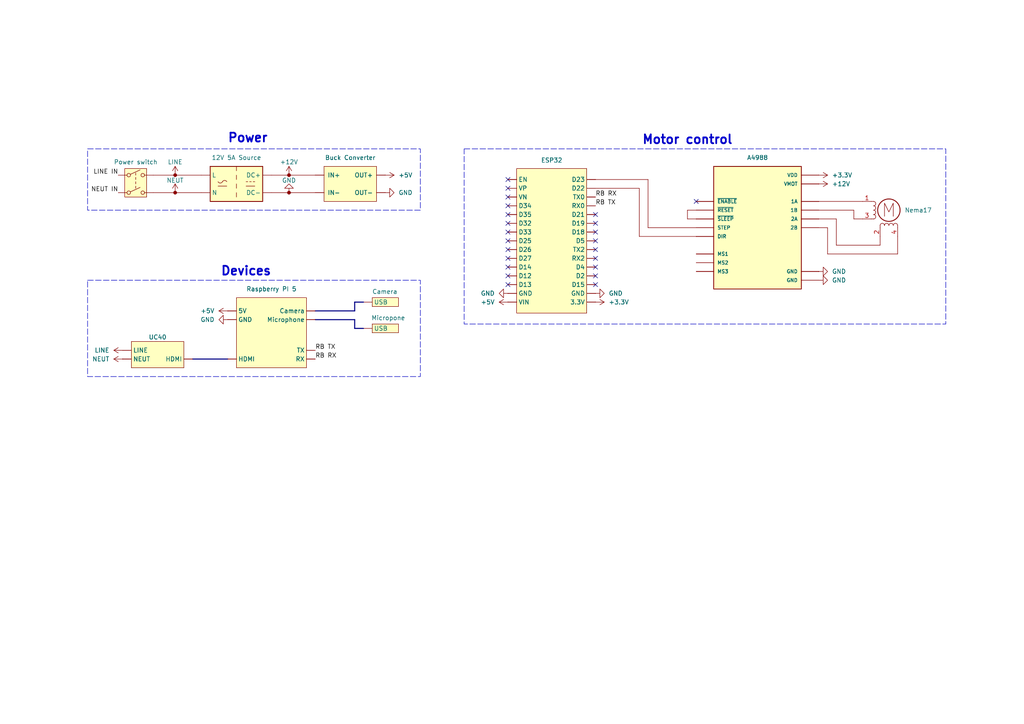
<source format=kicad_sch>
(kicad_sch (version 20231120) (generator "eeschema") (generator_version "8.0")
  (paper "A4")
  (title_block (title "NutriCheck Cook electrical schema") (date "2024-09-11") (rev "v1.0 prot") (comment 1 "The electrical schema of the Cook Robot"))
  (lib_symbols
    (symbol "A4988_STEPPER_MOTOR_DRIVER_CARRIER_1" (pin_numbers hide) (pin_names (offset 1.016))
      (property "Reference" "U" (at -12.7 19.05 0))
      (property "Value" "A4988_STEPPER_MOTOR_DRIVER_CARRIER" (at -12.7 -21.59 0))
      (symbol "A4988_STEPPER_MOTOR_DRIVER_CARRIER_1_0_0"
        (rectangle (start -12.7 -17.78) (end 12.7 17.78) (stroke (width 0.254)) (fill (type background)))
        (pin input line (at -17.78 7.62 0) (length 5.08) (name "~{ENABLE}") (number "1"))
        (pin power_in line (at 17.78 15.24 180) (length 5.08) (name "VDD") (number "10"))
        (pin output line (at 17.78 5.08 180) (length 5.08) (name "1B") (number "11"))
        (pin output line (at 17.78 7.62 180) (length 5.08) (name "1A") (number "12"))
        (pin output line (at 17.78 2.54 180) (length 5.08) (name "2A") (number "13"))
        (pin output line (at 17.78 0 180) (length 5.08) (name "2B") (number "14"))
        (pin power_in line (at 17.78 -12.7 180) (length 5.08) (name "GND") (number "15"))
        (pin power_in line (at 17.78 12.7 180) (length 5.08) (name "VMOT") (number "16"))
        (pin input line (at -17.78 -7.62 0) (length 5.08) (name "MS1") (number "2"))
        (pin input line (at -17.78 -10.16 0) (length 5.08) (name "MS2") (number "3"))
        (pin input line (at -17.78 -12.7 0) (length 5.08) (name "MS3") (number "4"))
        (pin input line (at -17.78 5.08 0) (length 5.08) (name "~{RESET}") (number "5"))
        (pin input line (at -17.78 2.54 0) (length 5.08) (name "~{SLEEP}") (number "6"))
        (pin input line (at -17.78 0 0) (length 5.08) (name "STEP") (number "7"))
        (pin input line (at -17.78 -2.54 0) (length 5.08) (name "DIR") (number "8"))
        (pin power_in line (at 17.78 -15.24 180) (length 5.08) (name "GND") (number "9"))
      )
    )
    (symbol "Converter_ACDC:VTX-214-010-124" (pin_numbers hide)
      (property "Reference" "PS" (at 0 8.89 0))
      (property "Value" "VTX-214-010-124" (at 0 6.35 0))
      (symbol "VTX-214-010-124_0_1"
        (rectangle (start -7.62 5.08) (end 7.62 -5.08) (stroke (width 0.254)) (fill (type background)))
        (arc (start -5.334 0.635) (mid -4.699 0.2495) (end -4.064 0.635))
        (arc (start -2.794 0.635) (mid -3.429 1.0072) (end -4.064 0.635))
        (polyline (pts (xy -5.334 -0.635) (xy -2.794 -0.635)))
        (polyline (pts (xy 2.794 -0.635) (xy 5.334 -0.635)))
        (polyline (pts (xy 2.794 0.635) (xy 3.302 0.635)))
        (polyline (pts (xy 3.81 0.635) (xy 4.318 0.635)))
        (polyline (pts (xy 4.826 0.635) (xy 5.334 0.635)))
      )
      (symbol "VTX-214-010-124_1_1"
        (polyline (pts (xy 0 -2.54) (xy 0 -3.81)))
        (polyline (pts (xy 0 0) (xy 0 -1.27)))
        (polyline (pts (xy 0 2.54) (xy 0 1.27)))
        (polyline (pts (xy 0 5.08) (xy 0 3.81)))
        (pin power_in line (at -10.16 2.54 0) (length 2.54) (name "L") (number "1"))
        (pin power_in line (at -10.16 -2.54 0) (length 2.54) (name "N") (number "2"))
        (pin power_out line (at 10.16 2.54 180) (length 2.54) (name "DC+") (number "3"))
        (pin power_out line (at 10.16 -2.54 180) (length 2.54) (name "DC-") (number "4"))
      )
    )
    (symbol "Cook-components:Microphone"
      (property "Reference" "USB Device" (at 0 2.54 0))
      (symbol "Microphone_1_1"
        (rectangle (start -3.81 1.27) (end 3.81 -1.27) (fill (type background)))
        (pin input line (at -6.35 0 0) (length 2.54) (name "USB") (number ""))
      )
    )
    (symbol "Cook-components:Raspberry_PI_5"
      (property "Reference" "Raspberry PI 5" (at 0 12.192 0))
      (symbol "Raspberry_PI_5_1_1"
        (rectangle (start -10.16 10.16) (end 10.16 -10.16) (fill (type background)))
        (pin input line (at -12.7 6.35 0) (length 2.54) (name "5V") (number ""))
        (pin input line (at 12.7 6.35 180) (length 2.54) (name "Camera") (number ""))
        (pin input line (at -12.7 3.81 0) (length 2.54) (name "GND") (number ""))
        (pin input line (at -12.7 -7.62 0) (length 2.54) (name "HDMI") (number ""))
        (pin input line (at 12.7 3.81 180) (length 2.54) (name "Microphone") (number ""))
        (pin input line (at 12.7 -7.62 180) (length 2.54) (name "RX") (number ""))
        (pin input line (at 12.7 -5.08 180) (length 2.54) (name "TX") (number ""))
      )
    )
    (symbol "ESP32_1"
      (property "Reference" "ESP32 DEV KIT v1" (at -0.254 28.448 0))
      (symbol "ESP32_1_1_1"
        (rectangle (start -10.16 20.955) (end 10.16 -20.955) (fill (type background)))
        (pin input line (at 12.7 -17.78 180) (length 2.54) (name "3.3V") (number ""))
        (pin input line (at -12.7 -10.16 0) (length 2.54) (name "D12") (number ""))
        (pin input line (at -12.7 -12.7 0) (length 2.54) (name "D13") (number ""))
        (pin input line (at -12.7 -7.62 0) (length 2.54) (name "D14") (number ""))
        (pin input line (at 12.7 -12.7 180) (length 2.54) (name "D15") (number ""))
        (pin input line (at 12.7 2.54 180) (length 2.54) (name "D18") (number ""))
        (pin input line (at 12.7 5.08 180) (length 2.54) (name "D19") (number ""))
        (pin input line (at 12.7 -10.16 180) (length 2.54) (name "D2") (number ""))
        (pin input line (at 12.7 7.62 180) (length 2.54) (name "D21") (number ""))
        (pin input line (at 12.7 15.24 180) (length 2.54) (name "D22") (number ""))
        (pin input line (at 12.7 17.78 180) (length 2.54) (name "D23") (number ""))
        (pin input line (at -12.7 0 0) (length 2.54) (name "D25") (number ""))
        (pin input line (at -12.7 -2.54 0) (length 2.54) (name "D26") (number ""))
        (pin input line (at -12.7 -5.08 0) (length 2.54) (name "D27") (number ""))
        (pin input line (at -12.7 5.08 0) (length 2.54) (name "D32") (number ""))
        (pin input line (at -12.7 2.54 0) (length 2.54) (name "D33") (number ""))
        (pin input line (at -12.7 10.16 0) (length 2.54) (name "D34") (number ""))
        (pin input line (at -12.7 7.62 0) (length 2.54) (name "D35") (number ""))
        (pin input line (at 12.7 -7.62 180) (length 2.54) (name "D4") (number ""))
        (pin input line (at 12.7 0 180) (length 2.54) (name "D5") (number ""))
        (pin input line (at -12.7 17.78 0) (length 2.54) (name "EN") (number ""))
        (pin input line (at -12.7 -15.24 0) (length 2.54) (name "GND") (number ""))
        (pin input line (at 12.7 -15.24 180) (length 2.54) (name "GND") (number ""))
        (pin input line (at 12.7 10.16 180) (length 2.54) (name "RX0") (number ""))
        (pin input line (at 12.7 -5.08 180) (length 2.54) (name "RX2") (number ""))
        (pin input line (at 12.7 12.7 180) (length 2.54) (name "TX0") (number ""))
        (pin input line (at 12.7 -2.54 180) (length 2.54) (name "TX2") (number ""))
        (pin input line (at -12.7 -17.78 0) (length 2.54) (name "VIN") (number ""))
        (pin input line (at -12.7 12.7 0) (length 2.54) (name "VN") (number ""))
        (pin input line (at -12.7 15.24 0) (length 2.54) (name "VP") (number ""))
      )
    )
    (symbol "MARCEL-custom:Nema_23"
      (property "Reference" "U" (at 0 6.35 0))
      (symbol "Nema_23_0_0"
        (polyline (pts (xy -1.27 -1.778) (xy -1.27 2.032) (xy 0 -0.508) (xy 1.27 2.032) (xy 1.27 -1.778)))
      )
      (symbol "Nema_23_0_1"
        (arc (start -4.445 -2.54) (mid -3.813 -1.905) (end -4.445 -1.27))
        (arc (start -4.445 -1.27) (mid -3.813 -0.635) (end -4.445 0))
        (arc (start -4.445 0) (mid -3.813 0.635) (end -4.445 1.27))
        (arc (start -4.445 1.27) (mid -3.813 1.905) (end -4.445 2.54))
        (arc (start -1.27 -4.445) (mid -1.905 -3.8127) (end -2.54 -4.445))
        (arc (start 0 -4.445) (mid -0.635 -3.8127) (end -1.27 -4.445))
        (polyline (pts (xy -5.08 -2.54) (xy -4.445 -2.54)))
        (polyline (pts (xy -5.08 2.54) (xy -4.445 2.54)))
        (polyline (pts (xy -2.54 -5.08) (xy -2.54 -4.445)))
        (polyline (pts (xy 2.54 -5.08) (xy 2.54 -4.445)))
        (circle (center 0 0) (radius 3.2512) (stroke (width 0.254)))
        (arc (start 1.27 -4.445) (mid 0.635 -3.8127) (end 0 -4.445))
        (arc (start 2.54 -4.445) (mid 1.905 -3.8127) (end 1.27 -4.445))
      )
      (symbol "Nema_23_1_1"
        (pin passive line (at -7.62 2.54 0) (length 2.54) (name "") (number "1"))
        (pin passive line (at -2.54 -7.62 90) (length 2.54) (name "") (number "2"))
        (pin passive line (at -7.62 -2.54 0) (length 2.54) (name "") (number "3"))
        (pin passive line (at 2.54 -7.62 90) (length 2.54) (name "") (number "4"))
      )
    )
    (symbol "Switch:SW_DPST" (pin_numbers hide) (pin_names (offset 0) hide)
      (property "Reference" "SW" (at 0 6.35 0))
      (property "Value" "SW_DPST" (at 0 -5.08 0))
      (symbol "SW_DPST_0_0"
        (circle (center -2.032 -2.54) (radius 0.508))
        (circle (center -2.032 2.54) (radius 0.508))
        (polyline (pts (xy -1.524 -2.286) (xy 1.27 -1.016)))
        (polyline (pts (xy -1.524 2.794) (xy 1.27 4.064)))
        (polyline (pts (xy 0 -1.27) (xy 0 -0.635)))
        (polyline (pts (xy 0 0) (xy 0 0.635)))
        (polyline (pts (xy 0 1.27) (xy 0 1.905)))
        (polyline (pts (xy 0 2.54) (xy 0 3.175)))
        (circle (center 2.032 -2.54) (radius 0.508))
        (circle (center 2.032 2.54) (radius 0.508))
      )
      (symbol "SW_DPST_1_1"
        (rectangle (start -3.175 4.445) (end 3.175 -3.81) (fill (type background)))
        (pin passive line (at -5.08 -2.54 0) (length 2.54) (name "1") (number "1"))
        (pin passive line (at 5.08 -2.54 180) (length 2.54) (name "2") (number "2"))
        (pin passive line (at -5.08 2.54 0) (length 2.54) (name "3") (number "3"))
        (pin passive line (at 5.08 2.54 180) (length 2.54) (name "4") (number "4"))
      )
    )
    (symbol "UC40_Projector_1"
      (property "Reference" "UC40" (at -0.508 5.334 0))
      (symbol "UC40_Projector_1_1_1"
        (rectangle (start -7.62 3.81) (end 7.62 -3.81) (fill (type background)))
        (pin output line (at 10.16 -1.27 180) (length 2.54) (name "HDMI") (number ""))
        (pin input line (at -10.16 1.27 0) (length 2.54) (name "LINE") (number ""))
        (pin input line (at -10.16 -1.27 0) (length 2.54) (name "NEUT") (number ""))
      )
    )
    (symbol "gtrzps:LM2596_Module" (pin_numbers hide) (pin_names (offset 1.016))
      (property "Reference" "PS" (at -7.62 6.35 0))
      (property "Value" "LM2596_Module" (at -7.62 -6.35 0))
      (symbol "LM2596_Module_0_1"
        (rectangle (start -7.62 5.08) (end 7.62 -5.08) (fill (type background)))
      )
      (symbol "LM2596_Module_1_1"
        (pin power_in line (at -10.16 2.54 0) (length 2.54) (name "IN+") (number "1"))
        (pin power_in line (at -10.16 -2.54 0) (length 2.54) (name "IN-") (number "2"))
        (pin power_out line (at 10.16 2.54 180) (length 2.54) (name "OUT+") (number "3"))
        (pin power_out line (at 10.16 -2.54 180) (length 2.54) (name "OUT-") (number "4"))
      )
    )
    (symbol "power:+12V" (power) (pin_numbers hide) (pin_names (offset 0) hide)
      (property "Value" "+12V" (at 0 3.556 0))
      (symbol "+12V_0_1"
        (polyline (pts (xy -0.762 1.27) (xy 0 2.54)))
        (polyline (pts (xy 0 0) (xy 0 2.54)))
        (polyline (pts (xy 0 2.54) (xy 0.762 1.27)))
      )
      (symbol "+12V_1_1"
        (pin power_in line (at 0 0 90) (length 0) (name "~") (number "1"))
      )
    )
    (symbol "power:+3.3V" (power) (pin_numbers hide) (pin_names (offset 0) hide)
      (property "Value" "+3.3V" (at 0 3.556 0))
      (symbol "+3.3V_0_1"
        (polyline (pts (xy -0.762 1.27) (xy 0 2.54)))
        (polyline (pts (xy 0 0) (xy 0 2.54)))
        (polyline (pts (xy 0 2.54) (xy 0.762 1.27)))
      )
      (symbol "+3.3V_1_1"
        (pin power_in line (at 0 0 90) (length 0) (name "~") (number "1"))
      )
    )
    (symbol "power:+5V" (power) (pin_numbers hide) (pin_names (offset 0) hide)
      (property "Value" "+5V" (at 0 3.556 0))
      (symbol "+5V_0_1"
        (polyline (pts (xy -0.762 1.27) (xy 0 2.54)))
        (polyline (pts (xy 0 0) (xy 0 2.54)))
        (polyline (pts (xy 0 2.54) (xy 0.762 1.27)))
      )
      (symbol "+5V_1_1"
        (pin power_in line (at 0 0 90) (length 0) (name "~") (number "1"))
      )
    )
    (symbol "power:GND" (power) (pin_numbers hide) (pin_names (offset 0) hide)
      (property "Value" "GND" (at 0 -3.81 0))
      (symbol "GND_0_1"
        (polyline (pts (xy 0 0) (xy 0 -1.27) (xy 1.27 -1.27) (xy 0 -2.54) (xy -1.27 -1.27) (xy 0 -1.27)))
      )
      (symbol "GND_1_1"
        (pin power_in line (at 0 0 270) (length 0) (name "~") (number "1"))
      )
    )
    (symbol "power:LINE" (power) (pin_numbers hide) (pin_names (offset 0) hide)
      (property "Value" "LINE" (at 0 3.556 0))
      (symbol "LINE_0_1"
        (polyline (pts (xy -0.762 1.27) (xy 0 2.54)))
        (polyline (pts (xy 0 0) (xy 0 2.54)))
        (polyline (pts (xy 0 2.54) (xy 0.762 1.27)))
      )
      (symbol "LINE_1_1"
        (pin power_in line (at 0 0 90) (length 0) (name "~") (number "1"))
      )
    )
    (symbol "power:NEUT" (power) (pin_numbers hide) (pin_names (offset 0) hide)
      (property "Value" "NEUT" (at 0 3.556 0))
      (symbol "NEUT_0_1"
        (polyline (pts (xy -0.762 1.27) (xy 0 2.54)))
        (polyline (pts (xy 0 0) (xy 0 2.54)))
        (polyline (pts (xy 0 2.54) (xy 0.762 1.27)))
      )
      (symbol "NEUT_1_1"
        (pin power_in line (at 0 0 90) (length 0) (name "~") (number "1"))
      )
    )
  )
  (junction (at 83.82 55.88) (color 132 0 0 1))
  (junction (at 50.8 50.8) (color 132 0 0 1))
  (junction (at 50.8 55.88) (color 132 0 0 1))
  (junction (at 83.82 50.8) (color 132 0 0 1))
  (no_connect (at 147.32 80.01))
  (no_connect (at 147.32 57.15))
  (no_connect (at 147.32 52.07))
  (no_connect (at 172.72 80.01))
  (no_connect (at 147.32 54.61))
  (no_connect (at 147.32 69.85))
  (no_connect (at 172.72 82.55))
  (no_connect (at 147.32 62.23))
  (no_connect (at 147.32 67.31))
  (no_connect (at 172.72 67.31))
  (no_connect (at 172.72 77.47))
  (no_connect (at 147.32 72.39))
  (no_connect (at 147.32 77.47))
  (no_connect (at 147.32 82.55))
  (no_connect (at 147.32 64.77))
  (no_connect (at 172.72 64.77))
  (no_connect (at 172.72 62.23))
  (no_connect (at 147.32 74.93))
  (no_connect (at 172.72 72.39))
  (no_connect (at 172.72 74.93))
  (no_connect (at 147.32 59.69))
  (no_connect (at 201.93 58.42))
  (no_connect (at 172.72 69.85))
  (wire (pts (xy 78.74 55.88) (xy 83.82 55.88)) (stroke (width 0) (color 132 0 0 1)))
  (wire (pts (xy 44.45 55.88) (xy 50.8 55.88)) (stroke (width 0) (color 132 0 0 1)))
  (wire (pts (xy 237.49 63.5) (xy 242.57 63.5)) (stroke (width 0) (color 132 0 0 1)))
  (wire (pts (xy 199.39 63.5) (xy 201.93 63.5)) (stroke (width 0) (color 132 0 0 1)))
  (wire (pts (xy 102.87 92.71) (xy 102.87 95.25)) (stroke (width 0.3048) (color 0 0 132 1)))
  (wire (pts (xy 237.49 60.96) (xy 247.65 60.96)) (stroke (width 0) (color 132 0 0 1)))
  (wire (pts (xy 199.39 60.96) (xy 201.93 60.96)) (stroke (width 0) (color 132 0 0 1)))
  (wire (pts (xy 44.45 50.8) (xy 50.8 50.8)) (stroke (width 0) (color 132 0 0 1)))
  (wire (pts (xy 50.8 50.8) (xy 58.42 50.8)) (stroke (width 0) (color 132 0 0 1)))
  (wire (pts (xy 237.49 58.42) (xy 250.19 58.42)) (stroke (width 0) (color 132 0 0 1)))
  (wire (pts (xy 242.57 63.5) (xy 242.57 71.12)) (stroke (width 0) (color 132 0 0 1)))
  (wire (pts (xy 91.44 90.17) (xy 102.87 90.17)) (stroke (width 0.3048) (color 0 0 132 1)))
  (wire (pts (xy 199.39 60.96) (xy 199.39 63.5)) (stroke (width 0) (color 132 0 0 1)))
  (wire (pts (xy 185.42 54.61) (xy 185.42 68.58)) (stroke (width 0) (color 132 0 0 1)))
  (wire (pts (xy 247.65 60.96) (xy 247.65 63.5)) (stroke (width 0) (color 132 0 0 1)))
  (wire (pts (xy 55.88 104.14) (xy 66.04 104.14)) (stroke (width 0.3048) (color 0 0 132 1)))
  (wire (pts (xy 240.03 66.04) (xy 240.03 73.66)) (stroke (width 0) (color 132 0 0 1)))
  (wire (pts (xy 78.74 50.8) (xy 83.82 50.8)) (stroke (width 0) (color 132 0 0 1)))
  (wire (pts (xy 102.87 87.63) (xy 105.41 87.63)) (stroke (width 0.3048) (color 0 0 132 1)))
  (wire (pts (xy 187.96 66.04) (xy 201.93 66.04)) (stroke (width 0) (color 132 0 0 1)))
  (wire (pts (xy 102.87 95.25) (xy 105.41 95.25)) (stroke (width 0.3048) (color 0 0 132 1)))
  (wire (pts (xy 102.87 87.63) (xy 102.87 90.17)) (stroke (width 0.3048) (color 0 0 132 1)))
  (wire (pts (xy 237.49 66.04) (xy 240.03 66.04)) (stroke (width 0) (color 132 0 0 1)))
  (wire (pts (xy 242.57 71.12) (xy 255.27 71.12)) (stroke (width 0) (color 132 0 0 1)))
  (wire (pts (xy 172.72 54.61) (xy 185.42 54.61)) (stroke (width 0) (color 132 0 0 1)))
  (wire (pts (xy 247.65 63.5) (xy 250.19 63.5)) (stroke (width 0) (color 132 0 0 1)))
  (wire (pts (xy 83.82 55.88) (xy 91.44 55.88)) (stroke (width 0) (color 132 0 0 1)))
  (wire (pts (xy 240.03 73.66) (xy 260.35 73.66)) (stroke (width 0) (color 132 0 0 1)))
  (wire (pts (xy 255.27 68.58) (xy 255.27 71.12)) (stroke (width 0) (color 132 0 0 1)))
  (wire (pts (xy 260.35 68.58) (xy 260.35 73.66)) (stroke (width 0) (color 132 0 0 1)))
  (wire (pts (xy 172.72 52.07) (xy 187.96 52.07)) (stroke (width 0) (color 132 0 0 1)))
  (wire (pts (xy 83.82 50.8) (xy 91.44 50.8)) (stroke (width 0) (color 132 0 0 1)))
  (wire (pts (xy 185.42 68.58) (xy 201.93 68.58)) (stroke (width 0) (color 132 0 0 1)))
  (wire (pts (xy 50.8 55.88) (xy 58.42 55.88)) (stroke (width 0) (color 132 0 0 1)))
  (wire (pts (xy 91.44 92.71) (xy 102.87 92.71)) (stroke (width 0.3048) (color 0 0 132 1)))
  (wire (pts (xy 187.96 52.07) (xy 187.96 66.04)) (stroke (width 0) (color 132 0 0 1)))
  (rectangle (start 134.62 43.18) (end 274.32 93.98) (stroke (width 0) (type dash)))
  (rectangle (start 25.4 43.18) (end 121.92 60.96) (stroke (width 0) (type dash)))
  (rectangle (start 25.4 81.28) (end 121.92 109.22) (stroke (width 0) (type dash)))
  (text "Motor control" (at 199.39 40.64 0) (effects (font (size 2.54 2.54) (bold yes))))
  (text "Devices" (at 71.374 78.74 0) (effects (font (size 2.54 2.54) (bold yes))))
  (text "Power" (at 71.882 40.132 0) (effects (font (size 2.54 2.54) (bold yes))))
  (label "RB TX" (at 172.72 59.69 0))
  (label "RB TX" (at 91.44 101.6 0))
  (label "LINE IN" (at 34.29 50.8 180))
  (label "RB RX" (at 91.44 104.14 0))
  (label "RB RX" (at 172.72 57.15 0))
  (label "NEUT IN" (at 34.29 55.88 180))
  (symbol (lib_id "power:+3.3V") (at 172.72 87.63 270) (unit 1)
    (property "Reference" "#PWR015" (effects (hide yes)))
    (property "Value" "+3.3V" (at 176.53 87.6299 90) (effects (justify left)))
    (property "Description" "Power symbol creates a global label with name \"+3.3V\"" (effects (hide yes)))
  )
  (symbol (lib_id "power:NEUT") (at 50.8 55.88 0) (unit 1)
    (property "Reference" "#PWR09" (effects (hide yes)))
    (property "Value" "NEUT" (at 50.8 52.324 0))
    (property "Description" "Power symbol creates a global label with name \"NEUT\"" (effects (hide yes)))
  )
  (symbol (lib_id "power:+5V") (at 111.76 50.8 270) (unit 1)
    (property "Reference" "#PWR05" (effects (hide yes)))
    (property "Value" "+5V" (at 115.57 50.7999 90) (effects (justify left)))
    (property "Description" "Power symbol creates a global label with name \"+5V\"" (effects (hide yes)))
  )
  (symbol (lib_name "UC40_Projector_1") (lib_id "Cook-components:UC40_Projector") (at 45.72 102.87 0) (unit 1)
    (property "Reference" "UC1" (effects (hide yes)))
    (property "Value" "UC40" (at 45.72 97.79 0))
  )
  (symbol (lib_id "power:+12V") (at 237.49 53.34 270) (unit 1)
    (property "Reference" "#PWR013" (effects (hide yes)))
    (property "Value" "+12V" (at 241.3 53.3399 90) (effects (justify left)))
    (property "Description" "Power symbol creates a global label with name \"+12V\"" (effects (hide yes)))
  )
  (symbol (lib_id "power:GND") (at 147.32 85.09 270) (unit 1)
    (property "Reference" "#PWR012" (effects (hide yes)))
    (property "Value" "GND" (at 143.51 85.0899 90) (effects (justify right)))
    (property "Description" "Power symbol creates a global label with name \"GND\" , ground" (effects (hide yes)))
  )
  (symbol (lib_id "Switch:SW_DPST") (at 39.37 53.34 0) (unit 1)
    (property "Reference" "SW1" (effects (hide yes)))
    (property "Value" "Power switch" (at 39.37 46.99 0))
    (property "Description" "Double Pole Single Throw (DPST) Switch" (effects (hide yes)))
  )
  (symbol (lib_id "power:+12V") (at 83.82 50.8 0) (unit 1)
    (property "Reference" "#PWR02" (effects (hide yes)))
    (property "Value" "+12V" (at 83.82 46.99 0))
    (property "Description" "Power symbol creates a global label with name \"+12V\"" (effects (hide yes)))
  )
  (symbol (lib_name "A4988_STEPPER_MOTOR_DRIVER_CARRIER_1") (lib_id "A4988_STEPPER_MOTOR_DRIVER_CARRIER:A4988_STEPPER_MOTOR_DRIVER_CARRIER") (at 219.71 66.04 0) (unit 1)
    (property "Reference" "PS4" (effects (hide yes)))
    (property "Value" "A4988" (at 219.71 45.72 0))
    (property "Footprint" "A4988_STEPPER_MOTOR_DRIVER_CARRIER:MODULE_A4988_STEPPER_MOTOR_DRIVER_CARRIER" (effects (hide yes)))
    (property "MF" "Pololu" (effects (hide yes)))
    (property "DESCRIPTION" "Stepper motor controler; IC: A4988; 1A; Uin mot: 8÷35V" (effects (hide yes)))
    (property "PACKAGE" "None" (effects (hide yes)))
    (property "PRICE" "None" (effects (hide yes)))
    (property "Package" "None" (effects (hide yes)))
    (property "Check_prices" "https://www.snapeda.com/parts/A4988%20STEPPER%20MOTOR%20DRIVER%20CARRIER/Pololu/view-part/?ref=eda" (effects (hide yes)))
    (property "Price" "None" (effects (hide yes)))
    (property "SnapEDA_Link" "https://www.snapeda.com/parts/A4988%20STEPPER%20MOTOR%20DRIVER%20CARRIER/Pololu/view-part/?ref=snap" (effects (hide yes)))
    (property "MP" "A4988 STEPPER MOTOR DRIVER CARRIER" (effects (hide yes)))
    (property "Availability" "Not in stock" (effects (hide yes)))
    (property "AVAILABILITY" "Unavailable" (effects (hide yes)))
    (property "Description_1" "\nStepper Motor Driver\n" (effects (hide yes)))
  )
  (symbol (lib_id "power:+5V") (at 66.04 90.17 90) (unit 1)
    (property "Reference" "#PWR03" (effects (hide yes)))
    (property "Value" "+5V" (at 62.23 90.1699 90) (effects (justify left)))
    (property "Description" "Power symbol creates a global label with name \"+5V\"" (effects (hide yes)))
  )
  (symbol (lib_id "power:GND") (at 111.76 55.88 90) (unit 1)
    (property "Reference" "#PWR06" (effects (hide yes)))
    (property "Value" "GND" (at 115.57 55.8799 90) (effects (justify right)))
    (property "Description" "Power symbol creates a global label with name \"GND\" , ground" (effects (hide yes)))
  )
  (symbol (lib_id "Cook-components:Microphone") (at 111.76 95.25 0) (unit 1)
    (property "Reference" "USB Device2" (effects (hide yes)))
    (property "Value" "Micropone" (at 107.696 92.202 0) (effects (justify left)))
  )
  (symbol (lib_id "Cook-components:Raspberry_PI_5") (at 78.74 96.52 0) (unit 1)
    (property "Reference" "Raspberry PI 5" (effects (hide yes)))
    (property "Value" "Raspberry PI 5" (at 78.74 83.82 0))
  )
  (symbol (lib_id "power:LINE") (at 35.56 101.6 90) (unit 1)
    (property "Reference" "#PWR08" (effects (hide yes)))
    (property "Value" "LINE" (at 31.75 101.5999 90) (effects (justify left)))
    (property "Description" "Power symbol creates a global label with name \"LINE\"" (effects (hide yes)))
  )
  (symbol (lib_id "power:GND") (at 83.82 55.88 180) (unit 1)
    (property "Reference" "#PWR01" (effects (hide yes)))
    (property "Value" "GND" (at 83.82 52.324 0))
    (property "Description" "Power symbol creates a global label with name \"GND\" , ground" (effects (hide yes)))
  )
  (symbol (lib_id "power:LINE") (at 50.8 50.8 0) (unit 1)
    (property "Reference" "#PWR04" (effects (hide yes)))
    (property "Value" "LINE" (at 50.8 46.99 0))
    (property "Description" "Power symbol creates a global label with name \"LINE\"" (effects (hide yes)))
  )
  (symbol (lib_id "Converter_ACDC:VTX-214-010-124") (at 68.58 53.34 0) (unit 1)
    (property "Reference" "PS1" (effects (hide yes)))
    (property "Value" "12V 5A Source" (at 68.58 45.72 0))
    (property "Footprint" "Converter_ACDC:Converter_ACDC_Vigortronix_VTX-214-010-xxx_THT" (effects (hide yes)))
    (property "Datasheet" "http://www.vigortronix.com/10WattACDCPCBPowerModule.aspx" (effects (hide yes)))
    (property "Description" "24V Vigortronix 10W ACDC Converters" (effects (hide yes)))
  )
  (symbol (lib_id "gtrzps:LM2596_Module") (at 101.6 53.34 0) (unit 1)
    (property "Reference" "PS2" (effects (hide yes)))
    (property "Value" "Buck Converter" (at 101.6 45.72 0))
    (property "Description" "Adjustable DC-DC switching voltage converter module" (effects (hide yes)))
  )
  (symbol (lib_id "MARCEL-custom:Nema_23") (at 257.81 60.96 0) (unit 1)
    (property "Reference" "Left wheel1" (effects (hide yes)))
    (property "Value" "Nema17" (at 262.382 60.96 0) (effects (justify left)))
  )
  (symbol (lib_id "power:NEUT") (at 35.56 104.14 90) (unit 1)
    (property "Reference" "#PWR010" (effects (hide yes)))
    (property "Value" "NEUT" (at 31.75 104.1399 90) (effects (justify left)))
    (property "Description" "Power symbol creates a global label with name \"NEUT\"" (effects (hide yes)))
  )
  (symbol (lib_id "power:GND") (at 237.49 81.28 90) (unit 1)
    (property "Reference" "#PWR014" (effects (hide yes)))
    (property "Value" "GND" (at 241.3 81.2799 90) (effects (justify right)))
    (property "Description" "Power symbol creates a global label with name \"GND\" , ground" (effects (hide yes)))
  )
  (symbol (lib_id "power:GND") (at 66.04 92.71 270) (unit 1)
    (property "Reference" "#PWR07" (effects (hide yes)))
    (property "Value" "GND" (at 62.23 92.7099 90) (effects (justify right)))
    (property "Description" "Power symbol creates a global label with name \"GND\" , ground" (effects (hide yes)))
  )
  (symbol (lib_id "power:GND") (at 172.72 85.09 90) (unit 1)
    (property "Reference" "#PWR017" (effects (hide yes)))
    (property "Value" "GND" (at 176.53 85.0899 90) (effects (justify right)))
    (property "Description" "Power symbol creates a global label with name \"GND\" , ground" (effects (hide yes)))
  )
  (symbol (lib_name "ESP32_1") (lib_id "MARCEL-custom:ESP32") (at 160.02 69.85 0) (unit 1)
    (property "Reference" "ESP32 DEV KIT v1" (effects (hide yes)))
    (property "Value" "ESP32" (at 160.02 46.482 0))
  )
  (symbol (lib_id "power:+5V") (at 147.32 87.63 90) (unit 1)
    (property "Reference" "#PWR011" (effects (hide yes)))
    (property "Value" "+5V" (at 143.51 87.6299 90) (effects (justify left)))
    (property "Description" "Power symbol creates a global label with name \"+5V\"" (effects (hide yes)))
  )
  (symbol (lib_id "power:+3.3V") (at 237.49 50.8 270) (unit 1)
    (property "Reference" "#PWR016" (effects (hide yes)))
    (property "Value" "+3.3V" (at 241.3 50.7999 90) (effects (justify left)))
    (property "Description" "Power symbol creates a global label with name \"+3.3V\"" (effects (hide yes)))
  )
  (symbol (lib_id "power:GND") (at 237.49 78.74 90) (unit 1)
    (property "Reference" "#PWR018" (effects (hide yes)))
    (property "Value" "GND" (at 241.3 78.7399 90) (effects (justify right)))
    (property "Description" "Power symbol creates a global label with name \"GND\" , ground" (effects (hide yes)))
  )
  (symbol (lib_id "Cook-components:Microphone") (at 111.76 87.63 0) (unit 1)
    (property "Reference" "USB Device1" (effects (hide yes)))
    (property "Value" "Camera" (at 107.95 84.582 0) (effects (justify left)))
  )
)
</source>
